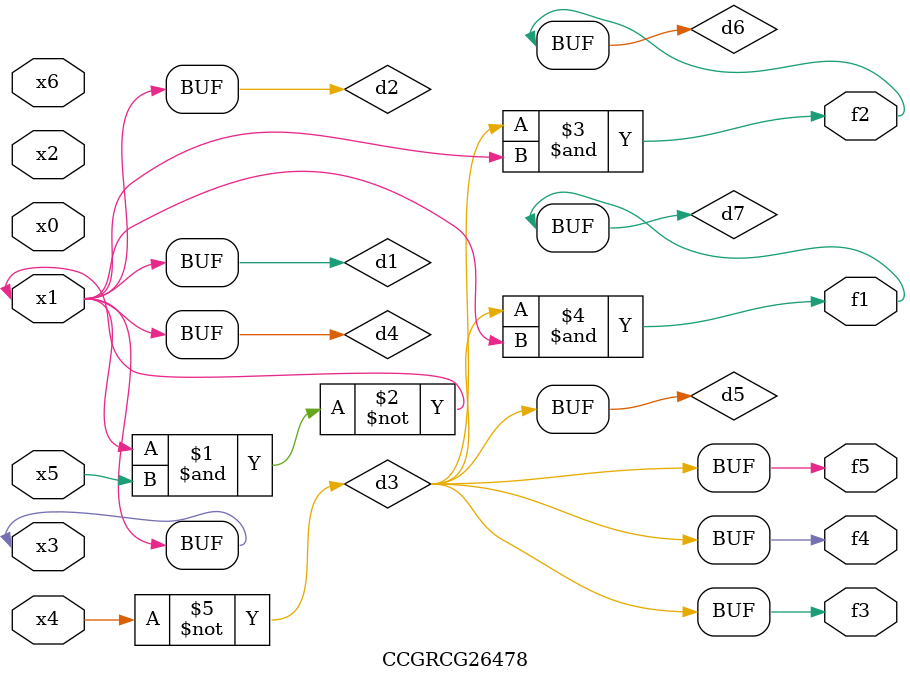
<source format=v>
module CCGRCG26478(
	input x0, x1, x2, x3, x4, x5, x6,
	output f1, f2, f3, f4, f5
);

	wire d1, d2, d3, d4, d5, d6, d7;

	buf (d1, x1, x3);
	nand (d2, x1, x5);
	not (d3, x4);
	buf (d4, d1, d2);
	buf (d5, d3);
	and (d6, d3, d4);
	and (d7, d3, d4);
	assign f1 = d7;
	assign f2 = d6;
	assign f3 = d5;
	assign f4 = d5;
	assign f5 = d5;
endmodule

</source>
